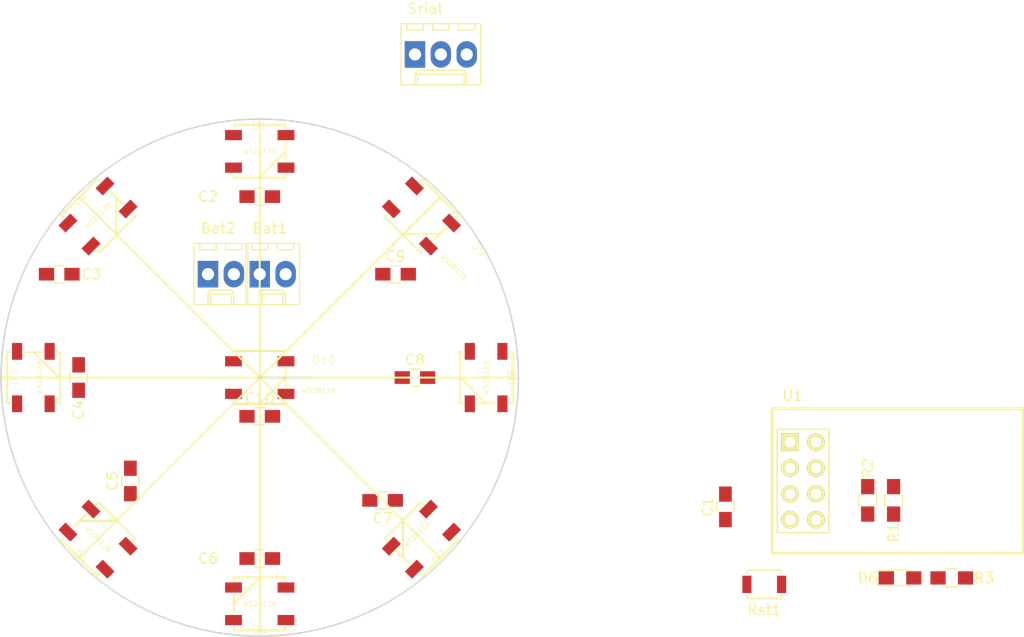
<source format=kicad_pcb>
(kicad_pcb (version 4) (host pcbnew 4.0.7-e2-6376~58~ubuntu16.04.1)

  (general
    (links 62)
    (no_connects 62)
    (area 116.739999 59.295 217.497001 122.151237)
    (thickness 1.6)
    (drawings 10)
    (tracks 0)
    (zones 0)
    (modules 28)
    (nets 20)
  )

  (page A4)
  (layers
    (0 F.Cu signal)
    (31 B.Cu signal)
    (32 B.Adhes user)
    (33 F.Adhes user)
    (34 B.Paste user)
    (35 F.Paste user)
    (36 B.SilkS user)
    (37 F.SilkS user)
    (38 B.Mask user)
    (39 F.Mask user)
    (40 Dwgs.User user)
    (41 Cmts.User user)
    (42 Eco1.User user)
    (43 Eco2.User user)
    (44 Edge.Cuts user)
    (45 Margin user)
    (46 B.CrtYd user)
    (47 F.CrtYd user)
    (48 B.Fab user)
    (49 F.Fab user)
  )

  (setup
    (last_trace_width 0.25)
    (trace_clearance 0.2)
    (zone_clearance 0.508)
    (zone_45_only no)
    (trace_min 0.2)
    (segment_width 0.2)
    (edge_width 0.15)
    (via_size 0.6)
    (via_drill 0.4)
    (via_min_size 0.4)
    (via_min_drill 0.3)
    (uvia_size 0.3)
    (uvia_drill 0.1)
    (uvias_allowed no)
    (uvia_min_size 0.2)
    (uvia_min_drill 0.1)
    (pcb_text_width 0.3)
    (pcb_text_size 1.5 1.5)
    (mod_edge_width 0.15)
    (mod_text_size 1 1)
    (mod_text_width 0.15)
    (pad_size 1.524 1.524)
    (pad_drill 0.762)
    (pad_to_mask_clearance 0.2)
    (aux_axis_origin 0 0)
    (grid_origin 137.16 109.22)
    (visible_elements FFFFFF7F)
    (pcbplotparams
      (layerselection 0x00030_80000001)
      (usegerberextensions false)
      (excludeedgelayer true)
      (linewidth 0.100000)
      (plotframeref false)
      (viasonmask false)
      (mode 1)
      (useauxorigin false)
      (hpglpennumber 1)
      (hpglpenspeed 20)
      (hpglpendiameter 15)
      (hpglpenoverlay 2)
      (psnegative false)
      (psa4output false)
      (plotreference true)
      (plotvalue true)
      (plotinvisibletext false)
      (padsonsilk false)
      (subtractmaskfromsilk false)
      (outputformat 1)
      (mirror false)
      (drillshape 1)
      (scaleselection 1)
      (outputdirectory ""))
  )

  (net 0 "")
  (net 1 +5V)
  (net 2 +3V)
  (net 3 GNDREF)
  (net 4 Dato)
  (net 5 "Net-(D1-Pad2)")
  (net 6 "Net-(D2-Pad2)")
  (net 7 "Net-(D3-Pad2)")
  (net 8 "Net-(D4-Pad2)")
  (net 9 D6_DIN4)
  (net 10 "Net-(D6-Pad2)")
  (net 11 "Net-(D7-Pad2)")
  (net 12 "Net-(D8-Pad2)")
  (net 13 "Net-(D10-Pad4)")
  (net 14 "Net-(D10-Pad2)")
  (net 15 "Net-(R1-Pad2)")
  (net 16 "Net-(R2-Pad1)")
  (net 17 GPIO0)
  (net 18 uRX)
  (net 19 uTX)

  (net_class Default "This is the default net class."
    (clearance 0.2)
    (trace_width 0.25)
    (via_dia 0.6)
    (via_drill 0.4)
    (uvia_dia 0.3)
    (uvia_drill 0.1)
    (add_net +3V)
    (add_net +5V)
    (add_net D6_DIN4)
    (add_net Dato)
    (add_net GNDREF)
    (add_net GPIO0)
    (add_net "Net-(D1-Pad2)")
    (add_net "Net-(D10-Pad2)")
    (add_net "Net-(D10-Pad4)")
    (add_net "Net-(D2-Pad2)")
    (add_net "Net-(D3-Pad2)")
    (add_net "Net-(D4-Pad2)")
    (add_net "Net-(D6-Pad2)")
    (add_net "Net-(D7-Pad2)")
    (add_net "Net-(D8-Pad2)")
    (add_net "Net-(R1-Pad2)")
    (add_net "Net-(R2-Pad1)")
    (add_net uRX)
    (add_net uTX)
  )

  (module Connectors_Molex:Molex_KK-6410-02_02x2.54mm_Straight (layer F.Cu) (tedit 5AC9C3CC) (tstamp 5AC82AF4)
    (at 142.24 86.36)
    (descr "Connector Headers with Friction Lock, 22-27-2021, http://www.molex.com/pdm_docs/sd/022272021_sd.pdf")
    (tags "connector molex kk_6410 22-27-2021")
    (path /5AC82A5D)
    (fp_text reference Bat1 (at 1 -4.5) (layer F.SilkS)
      (effects (font (size 1 1) (thickness 0.15)))
    )
    (fp_text value Bat (at 1.27 4.5) (layer F.Fab) hide
      (effects (font (size 1 1) (thickness 0.15)))
    )
    (fp_line (start -1.47 -3.12) (end -1.47 3.08) (layer F.Fab) (width 0.12))
    (fp_line (start -1.47 3.08) (end 4.01 3.08) (layer F.Fab) (width 0.12))
    (fp_line (start 4.01 3.08) (end 4.01 -3.12) (layer F.Fab) (width 0.12))
    (fp_line (start 4.01 -3.12) (end -1.47 -3.12) (layer F.Fab) (width 0.12))
    (fp_line (start -1.37 -3.02) (end -1.37 2.98) (layer F.SilkS) (width 0.12))
    (fp_line (start -1.37 2.98) (end 3.91 2.98) (layer F.SilkS) (width 0.12))
    (fp_line (start 3.91 2.98) (end 3.91 -3.02) (layer F.SilkS) (width 0.12))
    (fp_line (start 3.91 -3.02) (end -1.37 -3.02) (layer F.SilkS) (width 0.12))
    (fp_line (start 0 2.98) (end 0 1.98) (layer F.SilkS) (width 0.12))
    (fp_line (start 0 1.98) (end 2.54 1.98) (layer F.SilkS) (width 0.12))
    (fp_line (start 2.54 1.98) (end 2.54 2.98) (layer F.SilkS) (width 0.12))
    (fp_line (start 0 1.98) (end 0.25 1.55) (layer F.SilkS) (width 0.12))
    (fp_line (start 0.25 1.55) (end 2.29 1.55) (layer F.SilkS) (width 0.12))
    (fp_line (start 2.29 1.55) (end 2.54 1.98) (layer F.SilkS) (width 0.12))
    (fp_line (start 0.25 2.98) (end 0.25 1.98) (layer F.SilkS) (width 0.12))
    (fp_line (start 2.29 2.98) (end 2.29 1.98) (layer F.SilkS) (width 0.12))
    (fp_line (start -0.8 -3.02) (end -0.8 -2.4) (layer F.SilkS) (width 0.12))
    (fp_line (start -0.8 -2.4) (end 0.8 -2.4) (layer F.SilkS) (width 0.12))
    (fp_line (start 0.8 -2.4) (end 0.8 -3.02) (layer F.SilkS) (width 0.12))
    (fp_line (start 1.74 -3.02) (end 1.74 -2.4) (layer F.SilkS) (width 0.12))
    (fp_line (start 1.74 -2.4) (end 3.34 -2.4) (layer F.SilkS) (width 0.12))
    (fp_line (start 3.34 -2.4) (end 3.34 -3.02) (layer F.SilkS) (width 0.12))
    (fp_line (start -1.9 3.5) (end -1.9 -3.55) (layer F.CrtYd) (width 0.05))
    (fp_line (start -1.9 -3.55) (end 4.45 -3.55) (layer F.CrtYd) (width 0.05))
    (fp_line (start 4.45 -3.55) (end 4.45 3.5) (layer F.CrtYd) (width 0.05))
    (fp_line (start 4.45 3.5) (end -1.9 3.5) (layer F.CrtYd) (width 0.05))
    (fp_text user %R (at 1.27 0) (layer F.Fab)
      (effects (font (size 1 1) (thickness 0.15)))
    )
    (pad 1 thru_hole rect (at 0 0) (size 2 2.6) (drill 1.2) (layers *.Cu *.Mask)
      (net 1 +5V))
    (pad 2 thru_hole oval (at 2.54 0) (size 2 2.6) (drill 1.2) (layers *.Cu *.Mask)
      (net 2 +3V))
    (model ${KISYS3DMOD}/Connectors_Molex.3dshapes/Molex_KK-6410-02_02x2.54mm_Straight.wrl
      (at (xyz 0 0 0))
      (scale (xyz 1 1 1))
      (rotate (xyz 0 0 0))
    )
  )

  (module Connectors_Molex:Molex_KK-6410-02_02x2.54mm_Straight (layer F.Cu) (tedit 5AC9C3C1) (tstamp 5AC82AFA)
    (at 137.16 86.36)
    (descr "Connector Headers with Friction Lock, 22-27-2021, http://www.molex.com/pdm_docs/sd/022272021_sd.pdf")
    (tags "connector molex kk_6410 22-27-2021")
    (path /5AC69E53)
    (fp_text reference Bat2 (at 1 -4.5) (layer F.SilkS)
      (effects (font (size 1 1) (thickness 0.15)))
    )
    (fp_text value Bat (at 1.27 4.5) (layer F.Fab) hide
      (effects (font (size 1 1) (thickness 0.15)))
    )
    (fp_line (start -1.47 -3.12) (end -1.47 3.08) (layer F.Fab) (width 0.12))
    (fp_line (start -1.47 3.08) (end 4.01 3.08) (layer F.Fab) (width 0.12))
    (fp_line (start 4.01 3.08) (end 4.01 -3.12) (layer F.Fab) (width 0.12))
    (fp_line (start 4.01 -3.12) (end -1.47 -3.12) (layer F.Fab) (width 0.12))
    (fp_line (start -1.37 -3.02) (end -1.37 2.98) (layer F.SilkS) (width 0.12))
    (fp_line (start -1.37 2.98) (end 3.91 2.98) (layer F.SilkS) (width 0.12))
    (fp_line (start 3.91 2.98) (end 3.91 -3.02) (layer F.SilkS) (width 0.12))
    (fp_line (start 3.91 -3.02) (end -1.37 -3.02) (layer F.SilkS) (width 0.12))
    (fp_line (start 0 2.98) (end 0 1.98) (layer F.SilkS) (width 0.12))
    (fp_line (start 0 1.98) (end 2.54 1.98) (layer F.SilkS) (width 0.12))
    (fp_line (start 2.54 1.98) (end 2.54 2.98) (layer F.SilkS) (width 0.12))
    (fp_line (start 0 1.98) (end 0.25 1.55) (layer F.SilkS) (width 0.12))
    (fp_line (start 0.25 1.55) (end 2.29 1.55) (layer F.SilkS) (width 0.12))
    (fp_line (start 2.29 1.55) (end 2.54 1.98) (layer F.SilkS) (width 0.12))
    (fp_line (start 0.25 2.98) (end 0.25 1.98) (layer F.SilkS) (width 0.12))
    (fp_line (start 2.29 2.98) (end 2.29 1.98) (layer F.SilkS) (width 0.12))
    (fp_line (start -0.8 -3.02) (end -0.8 -2.4) (layer F.SilkS) (width 0.12))
    (fp_line (start -0.8 -2.4) (end 0.8 -2.4) (layer F.SilkS) (width 0.12))
    (fp_line (start 0.8 -2.4) (end 0.8 -3.02) (layer F.SilkS) (width 0.12))
    (fp_line (start 1.74 -3.02) (end 1.74 -2.4) (layer F.SilkS) (width 0.12))
    (fp_line (start 1.74 -2.4) (end 3.34 -2.4) (layer F.SilkS) (width 0.12))
    (fp_line (start 3.34 -2.4) (end 3.34 -3.02) (layer F.SilkS) (width 0.12))
    (fp_line (start -1.9 3.5) (end -1.9 -3.55) (layer F.CrtYd) (width 0.05))
    (fp_line (start -1.9 -3.55) (end 4.45 -3.55) (layer F.CrtYd) (width 0.05))
    (fp_line (start 4.45 -3.55) (end 4.45 3.5) (layer F.CrtYd) (width 0.05))
    (fp_line (start 4.45 3.5) (end -1.9 3.5) (layer F.CrtYd) (width 0.05))
    (fp_text user %R (at 1.27 0) (layer F.Fab)
      (effects (font (size 1 1) (thickness 0.15)))
    )
    (pad 1 thru_hole rect (at 0 0) (size 2 2.6) (drill 1.2) (layers *.Cu *.Mask)
      (net 2 +3V))
    (pad 2 thru_hole oval (at 2.54 0) (size 2 2.6) (drill 1.2) (layers *.Cu *.Mask)
      (net 3 GNDREF))
    (model ${KISYS3DMOD}/Connectors_Molex.3dshapes/Molex_KK-6410-02_02x2.54mm_Straight.wrl
      (at (xyz 0 0 0))
      (scale (xyz 1 1 1))
      (rotate (xyz 0 0 0))
    )
  )

  (module Capacitors_SMD:C_0805_HandSoldering (layer F.Cu) (tedit 58AA84A8) (tstamp 5AC82B00)
    (at 187.96 109.22 90)
    (descr "Capacitor SMD 0805, hand soldering")
    (tags "capacitor 0805")
    (path /5AC327AB)
    (attr smd)
    (fp_text reference C1 (at 0 -1.75 90) (layer F.SilkS)
      (effects (font (size 1 1) (thickness 0.15)))
    )
    (fp_text value 104 (at 0 1.75 90) (layer F.Fab)
      (effects (font (size 1 1) (thickness 0.15)))
    )
    (fp_text user %R (at 0 -1.75 90) (layer F.Fab)
      (effects (font (size 1 1) (thickness 0.15)))
    )
    (fp_line (start -1 0.62) (end -1 -0.62) (layer F.Fab) (width 0.1))
    (fp_line (start 1 0.62) (end -1 0.62) (layer F.Fab) (width 0.1))
    (fp_line (start 1 -0.62) (end 1 0.62) (layer F.Fab) (width 0.1))
    (fp_line (start -1 -0.62) (end 1 -0.62) (layer F.Fab) (width 0.1))
    (fp_line (start 0.5 -0.85) (end -0.5 -0.85) (layer F.SilkS) (width 0.12))
    (fp_line (start -0.5 0.85) (end 0.5 0.85) (layer F.SilkS) (width 0.12))
    (fp_line (start -2.25 -0.88) (end 2.25 -0.88) (layer F.CrtYd) (width 0.05))
    (fp_line (start -2.25 -0.88) (end -2.25 0.87) (layer F.CrtYd) (width 0.05))
    (fp_line (start 2.25 0.87) (end 2.25 -0.88) (layer F.CrtYd) (width 0.05))
    (fp_line (start 2.25 0.87) (end -2.25 0.87) (layer F.CrtYd) (width 0.05))
    (pad 1 smd rect (at -1.25 0 90) (size 1.5 1.25) (layers F.Cu F.Paste F.Mask)
      (net 2 +3V))
    (pad 2 smd rect (at 1.25 0 90) (size 1.5 1.25) (layers F.Cu F.Paste F.Mask)
      (net 3 GNDREF))
    (model Capacitors_SMD.3dshapes/C_0805.wrl
      (at (xyz 0 0 0))
      (scale (xyz 1 1 1))
      (rotate (xyz 0 0 0))
    )
  )

  (module Capacitors_SMD:C_0805_HandSoldering (layer F.Cu) (tedit 5AC9C66A) (tstamp 5AC82B06)
    (at 142.24 78.74)
    (descr "Capacitor SMD 0805, hand soldering")
    (tags "capacitor 0805")
    (path /5AC1AC27)
    (attr smd)
    (fp_text reference C2 (at -5.08 0) (layer F.SilkS)
      (effects (font (size 1 1) (thickness 0.15)))
    )
    (fp_text value 104 (at 5.08 0) (layer F.Fab)
      (effects (font (size 1 1) (thickness 0.15)))
    )
    (fp_text user %R (at -5.08 0) (layer F.Fab)
      (effects (font (size 1 1) (thickness 0.15)))
    )
    (fp_line (start -1 0.62) (end -1 -0.62) (layer F.Fab) (width 0.1))
    (fp_line (start 1 0.62) (end -1 0.62) (layer F.Fab) (width 0.1))
    (fp_line (start 1 -0.62) (end 1 0.62) (layer F.Fab) (width 0.1))
    (fp_line (start -1 -0.62) (end 1 -0.62) (layer F.Fab) (width 0.1))
    (fp_line (start 0.5 -0.85) (end -0.5 -0.85) (layer F.SilkS) (width 0.12))
    (fp_line (start -0.5 0.85) (end 0.5 0.85) (layer F.SilkS) (width 0.12))
    (fp_line (start -2.25 -0.88) (end 2.25 -0.88) (layer F.CrtYd) (width 0.05))
    (fp_line (start -2.25 -0.88) (end -2.25 0.87) (layer F.CrtYd) (width 0.05))
    (fp_line (start 2.25 0.87) (end 2.25 -0.88) (layer F.CrtYd) (width 0.05))
    (fp_line (start 2.25 0.87) (end -2.25 0.87) (layer F.CrtYd) (width 0.05))
    (pad 1 smd rect (at -1.25 0) (size 1.5 1.25) (layers F.Cu F.Paste F.Mask)
      (net 1 +5V))
    (pad 2 smd rect (at 1.25 0) (size 1.5 1.25) (layers F.Cu F.Paste F.Mask)
      (net 3 GNDREF))
    (model Capacitors_SMD.3dshapes/C_0805.wrl
      (at (xyz 0 0 0))
      (scale (xyz 1 1 1))
      (rotate (xyz 0 0 0))
    )
  )

  (module Capacitors_SMD:C_0805_HandSoldering (layer F.Cu) (tedit 5ACA1F20) (tstamp 5AC82B0C)
    (at 122.555 86.36)
    (descr "Capacitor SMD 0805, hand soldering")
    (tags "capacitor 0805")
    (path /5AC1B89F)
    (attr smd)
    (fp_text reference C3 (at 3.175 0) (layer F.SilkS)
      (effects (font (size 1 1) (thickness 0.15)))
    )
    (fp_text value 104 (at 0 1.75) (layer F.Fab)
      (effects (font (size 1 1) (thickness 0.15)))
    )
    (fp_text user %R (at 3.175 0) (layer F.Fab)
      (effects (font (size 1 1) (thickness 0.15)))
    )
    (fp_line (start -1 0.62) (end -1 -0.62) (layer F.Fab) (width 0.1))
    (fp_line (start 1 0.62) (end -1 0.62) (layer F.Fab) (width 0.1))
    (fp_line (start 1 -0.62) (end 1 0.62) (layer F.Fab) (width 0.1))
    (fp_line (start -1 -0.62) (end 1 -0.62) (layer F.Fab) (width 0.1))
    (fp_line (start 0.5 -0.85) (end -0.5 -0.85) (layer F.SilkS) (width 0.12))
    (fp_line (start -0.5 0.85) (end 0.5 0.85) (layer F.SilkS) (width 0.12))
    (fp_line (start -2.25 -0.88) (end 2.25 -0.88) (layer F.CrtYd) (width 0.05))
    (fp_line (start -2.25 -0.88) (end -2.25 0.87) (layer F.CrtYd) (width 0.05))
    (fp_line (start 2.25 0.87) (end 2.25 -0.88) (layer F.CrtYd) (width 0.05))
    (fp_line (start 2.25 0.87) (end -2.25 0.87) (layer F.CrtYd) (width 0.05))
    (pad 1 smd rect (at -1.25 0) (size 1.5 1.25) (layers F.Cu F.Paste F.Mask)
      (net 1 +5V))
    (pad 2 smd rect (at 1.25 0) (size 1.5 1.25) (layers F.Cu F.Paste F.Mask)
      (net 3 GNDREF))
    (model Capacitors_SMD.3dshapes/C_0805.wrl
      (at (xyz 0 0 0))
      (scale (xyz 1 1 1))
      (rotate (xyz 0 0 0))
    )
  )

  (module Capacitors_SMD:C_0805_HandSoldering (layer F.Cu) (tedit 5ACA182D) (tstamp 5AC82B12)
    (at 124.46 96.52 90)
    (descr "Capacitor SMD 0805, hand soldering")
    (tags "capacitor 0805")
    (path /5AC1BA0B)
    (attr smd)
    (fp_text reference C4 (at -3.175 0 90) (layer F.SilkS)
      (effects (font (size 1 1) (thickness 0.15)))
    )
    (fp_text value 104 (at 3.81 0 90) (layer F.Fab)
      (effects (font (size 1 1) (thickness 0.15)))
    )
    (fp_text user %R (at -3.175 0 90) (layer F.Fab)
      (effects (font (size 1 1) (thickness 0.15)))
    )
    (fp_line (start -1 0.62) (end -1 -0.62) (layer F.Fab) (width 0.1))
    (fp_line (start 1 0.62) (end -1 0.62) (layer F.Fab) (width 0.1))
    (fp_line (start 1 -0.62) (end 1 0.62) (layer F.Fab) (width 0.1))
    (fp_line (start -1 -0.62) (end 1 -0.62) (layer F.Fab) (width 0.1))
    (fp_line (start 0.5 -0.85) (end -0.5 -0.85) (layer F.SilkS) (width 0.12))
    (fp_line (start -0.5 0.85) (end 0.5 0.85) (layer F.SilkS) (width 0.12))
    (fp_line (start -2.25 -0.88) (end 2.25 -0.88) (layer F.CrtYd) (width 0.05))
    (fp_line (start -2.25 -0.88) (end -2.25 0.87) (layer F.CrtYd) (width 0.05))
    (fp_line (start 2.25 0.87) (end 2.25 -0.88) (layer F.CrtYd) (width 0.05))
    (fp_line (start 2.25 0.87) (end -2.25 0.87) (layer F.CrtYd) (width 0.05))
    (pad 1 smd rect (at -1.25 0 90) (size 1.5 1.25) (layers F.Cu F.Paste F.Mask)
      (net 1 +5V))
    (pad 2 smd rect (at 1.25 0 90) (size 1.5 1.25) (layers F.Cu F.Paste F.Mask)
      (net 3 GNDREF))
    (model Capacitors_SMD.3dshapes/C_0805.wrl
      (at (xyz 0 0 0))
      (scale (xyz 1 1 1))
      (rotate (xyz 0 0 0))
    )
  )

  (module Capacitors_SMD:C_0805_HandSoldering (layer F.Cu) (tedit 58AA84A8) (tstamp 5AC82B18)
    (at 129.54 106.68 90)
    (descr "Capacitor SMD 0805, hand soldering")
    (tags "capacitor 0805")
    (path /5AC1BAB9)
    (attr smd)
    (fp_text reference C5 (at 0 -1.75 90) (layer F.SilkS)
      (effects (font (size 1 1) (thickness 0.15)))
    )
    (fp_text value 104 (at 0 1.75 90) (layer F.Fab)
      (effects (font (size 1 1) (thickness 0.15)))
    )
    (fp_text user %R (at 0 -1.75 90) (layer F.Fab)
      (effects (font (size 1 1) (thickness 0.15)))
    )
    (fp_line (start -1 0.62) (end -1 -0.62) (layer F.Fab) (width 0.1))
    (fp_line (start 1 0.62) (end -1 0.62) (layer F.Fab) (width 0.1))
    (fp_line (start 1 -0.62) (end 1 0.62) (layer F.Fab) (width 0.1))
    (fp_line (start -1 -0.62) (end 1 -0.62) (layer F.Fab) (width 0.1))
    (fp_line (start 0.5 -0.85) (end -0.5 -0.85) (layer F.SilkS) (width 0.12))
    (fp_line (start -0.5 0.85) (end 0.5 0.85) (layer F.SilkS) (width 0.12))
    (fp_line (start -2.25 -0.88) (end 2.25 -0.88) (layer F.CrtYd) (width 0.05))
    (fp_line (start -2.25 -0.88) (end -2.25 0.87) (layer F.CrtYd) (width 0.05))
    (fp_line (start 2.25 0.87) (end 2.25 -0.88) (layer F.CrtYd) (width 0.05))
    (fp_line (start 2.25 0.87) (end -2.25 0.87) (layer F.CrtYd) (width 0.05))
    (pad 1 smd rect (at -1.25 0 90) (size 1.5 1.25) (layers F.Cu F.Paste F.Mask)
      (net 1 +5V))
    (pad 2 smd rect (at 1.25 0 90) (size 1.5 1.25) (layers F.Cu F.Paste F.Mask)
      (net 3 GNDREF))
    (model Capacitors_SMD.3dshapes/C_0805.wrl
      (at (xyz 0 0 0))
      (scale (xyz 1 1 1))
      (rotate (xyz 0 0 0))
    )
  )

  (module Capacitors_SMD:C_0805_HandSoldering (layer F.Cu) (tedit 5ACA1A08) (tstamp 5AC82B1E)
    (at 142.24 114.3 180)
    (descr "Capacitor SMD 0805, hand soldering")
    (tags "capacitor 0805")
    (path /5AC1BCFB)
    (attr smd)
    (fp_text reference C6 (at 5.08 0 180) (layer F.SilkS)
      (effects (font (size 1 1) (thickness 0.15)))
    )
    (fp_text value 104 (at 0 1.75 180) (layer F.Fab)
      (effects (font (size 1 1) (thickness 0.15)))
    )
    (fp_text user %R (at 5.08 0 180) (layer F.Fab)
      (effects (font (size 1 1) (thickness 0.15)))
    )
    (fp_line (start -1 0.62) (end -1 -0.62) (layer F.Fab) (width 0.1))
    (fp_line (start 1 0.62) (end -1 0.62) (layer F.Fab) (width 0.1))
    (fp_line (start 1 -0.62) (end 1 0.62) (layer F.Fab) (width 0.1))
    (fp_line (start -1 -0.62) (end 1 -0.62) (layer F.Fab) (width 0.1))
    (fp_line (start 0.5 -0.85) (end -0.5 -0.85) (layer F.SilkS) (width 0.12))
    (fp_line (start -0.5 0.85) (end 0.5 0.85) (layer F.SilkS) (width 0.12))
    (fp_line (start -2.25 -0.88) (end 2.25 -0.88) (layer F.CrtYd) (width 0.05))
    (fp_line (start -2.25 -0.88) (end -2.25 0.87) (layer F.CrtYd) (width 0.05))
    (fp_line (start 2.25 0.87) (end 2.25 -0.88) (layer F.CrtYd) (width 0.05))
    (fp_line (start 2.25 0.87) (end -2.25 0.87) (layer F.CrtYd) (width 0.05))
    (pad 1 smd rect (at -1.25 0 180) (size 1.5 1.25) (layers F.Cu F.Paste F.Mask)
      (net 1 +5V))
    (pad 2 smd rect (at 1.25 0 180) (size 1.5 1.25) (layers F.Cu F.Paste F.Mask)
      (net 3 GNDREF))
    (model Capacitors_SMD.3dshapes/C_0805.wrl
      (at (xyz 0 0 0))
      (scale (xyz 1 1 1))
      (rotate (xyz 0 0 0))
    )
  )

  (module Capacitors_SMD:C_0805_HandSoldering (layer F.Cu) (tedit 58AA84A8) (tstamp 5AC82B24)
    (at 154.305 108.585 180)
    (descr "Capacitor SMD 0805, hand soldering")
    (tags "capacitor 0805")
    (path /5AC1C5F7)
    (attr smd)
    (fp_text reference C7 (at 0 -1.75 180) (layer F.SilkS)
      (effects (font (size 1 1) (thickness 0.15)))
    )
    (fp_text value 104 (at 0 1.75 180) (layer F.Fab)
      (effects (font (size 1 1) (thickness 0.15)))
    )
    (fp_text user %R (at 0 -1.75 180) (layer F.Fab)
      (effects (font (size 1 1) (thickness 0.15)))
    )
    (fp_line (start -1 0.62) (end -1 -0.62) (layer F.Fab) (width 0.1))
    (fp_line (start 1 0.62) (end -1 0.62) (layer F.Fab) (width 0.1))
    (fp_line (start 1 -0.62) (end 1 0.62) (layer F.Fab) (width 0.1))
    (fp_line (start -1 -0.62) (end 1 -0.62) (layer F.Fab) (width 0.1))
    (fp_line (start 0.5 -0.85) (end -0.5 -0.85) (layer F.SilkS) (width 0.12))
    (fp_line (start -0.5 0.85) (end 0.5 0.85) (layer F.SilkS) (width 0.12))
    (fp_line (start -2.25 -0.88) (end 2.25 -0.88) (layer F.CrtYd) (width 0.05))
    (fp_line (start -2.25 -0.88) (end -2.25 0.87) (layer F.CrtYd) (width 0.05))
    (fp_line (start 2.25 0.87) (end 2.25 -0.88) (layer F.CrtYd) (width 0.05))
    (fp_line (start 2.25 0.87) (end -2.25 0.87) (layer F.CrtYd) (width 0.05))
    (pad 1 smd rect (at -1.25 0 180) (size 1.5 1.25) (layers F.Cu F.Paste F.Mask)
      (net 1 +5V))
    (pad 2 smd rect (at 1.25 0 180) (size 1.5 1.25) (layers F.Cu F.Paste F.Mask)
      (net 3 GNDREF))
    (model Capacitors_SMD.3dshapes/C_0805.wrl
      (at (xyz 0 0 0))
      (scale (xyz 1 1 1))
      (rotate (xyz 0 0 0))
    )
  )

  (module Capacitors_SMD:C_0805_HandSoldering (layer F.Cu) (tedit 58AA84A8) (tstamp 5AC82B2A)
    (at 157.48 96.52)
    (descr "Capacitor SMD 0805, hand soldering")
    (tags "capacitor 0805")
    (path /5AC1C6BB)
    (attr smd)
    (fp_text reference C8 (at 0 -1.75) (layer F.SilkS)
      (effects (font (size 1 1) (thickness 0.15)))
    )
    (fp_text value 104 (at 0 1.75) (layer F.Fab)
      (effects (font (size 1 1) (thickness 0.15)))
    )
    (fp_text user %R (at 0 -1.75) (layer F.Fab)
      (effects (font (size 1 1) (thickness 0.15)))
    )
    (fp_line (start -1 0.62) (end -1 -0.62) (layer F.Fab) (width 0.1))
    (fp_line (start 1 0.62) (end -1 0.62) (layer F.Fab) (width 0.1))
    (fp_line (start 1 -0.62) (end 1 0.62) (layer F.Fab) (width 0.1))
    (fp_line (start -1 -0.62) (end 1 -0.62) (layer F.Fab) (width 0.1))
    (fp_line (start 0.5 -0.85) (end -0.5 -0.85) (layer F.SilkS) (width 0.12))
    (fp_line (start -0.5 0.85) (end 0.5 0.85) (layer F.SilkS) (width 0.12))
    (fp_line (start -2.25 -0.88) (end 2.25 -0.88) (layer F.CrtYd) (width 0.05))
    (fp_line (start -2.25 -0.88) (end -2.25 0.87) (layer F.CrtYd) (width 0.05))
    (fp_line (start 2.25 0.87) (end 2.25 -0.88) (layer F.CrtYd) (width 0.05))
    (fp_line (start 2.25 0.87) (end -2.25 0.87) (layer F.CrtYd) (width 0.05))
    (pad 1 smd rect (at -1.25 0) (size 1.5 1.25) (layers F.Cu F.Paste F.Mask)
      (net 1 +5V))
    (pad 2 smd rect (at 1.25 0) (size 1.5 1.25) (layers F.Cu F.Paste F.Mask)
      (net 3 GNDREF))
    (model Capacitors_SMD.3dshapes/C_0805.wrl
      (at (xyz 0 0 0))
      (scale (xyz 1 1 1))
      (rotate (xyz 0 0 0))
    )
  )

  (module Capacitors_SMD:C_0805_HandSoldering (layer F.Cu) (tedit 58AA84A8) (tstamp 5AC82B30)
    (at 155.575 86.36)
    (descr "Capacitor SMD 0805, hand soldering")
    (tags "capacitor 0805")
    (path /5AC1C7A9)
    (attr smd)
    (fp_text reference C9 (at 0 -1.75) (layer F.SilkS)
      (effects (font (size 1 1) (thickness 0.15)))
    )
    (fp_text value 104 (at 0 1.75) (layer F.Fab)
      (effects (font (size 1 1) (thickness 0.15)))
    )
    (fp_text user %R (at 0 -1.75) (layer F.Fab)
      (effects (font (size 1 1) (thickness 0.15)))
    )
    (fp_line (start -1 0.62) (end -1 -0.62) (layer F.Fab) (width 0.1))
    (fp_line (start 1 0.62) (end -1 0.62) (layer F.Fab) (width 0.1))
    (fp_line (start 1 -0.62) (end 1 0.62) (layer F.Fab) (width 0.1))
    (fp_line (start -1 -0.62) (end 1 -0.62) (layer F.Fab) (width 0.1))
    (fp_line (start 0.5 -0.85) (end -0.5 -0.85) (layer F.SilkS) (width 0.12))
    (fp_line (start -0.5 0.85) (end 0.5 0.85) (layer F.SilkS) (width 0.12))
    (fp_line (start -2.25 -0.88) (end 2.25 -0.88) (layer F.CrtYd) (width 0.05))
    (fp_line (start -2.25 -0.88) (end -2.25 0.87) (layer F.CrtYd) (width 0.05))
    (fp_line (start 2.25 0.87) (end 2.25 -0.88) (layer F.CrtYd) (width 0.05))
    (fp_line (start 2.25 0.87) (end -2.25 0.87) (layer F.CrtYd) (width 0.05))
    (pad 1 smd rect (at -1.25 0) (size 1.5 1.25) (layers F.Cu F.Paste F.Mask)
      (net 1 +5V))
    (pad 2 smd rect (at 1.25 0) (size 1.5 1.25) (layers F.Cu F.Paste F.Mask)
      (net 3 GNDREF))
    (model Capacitors_SMD.3dshapes/C_0805.wrl
      (at (xyz 0 0 0))
      (scale (xyz 1 1 1))
      (rotate (xyz 0 0 0))
    )
  )

  (module Capacitors_SMD:C_0805_HandSoldering (layer F.Cu) (tedit 58AA84A8) (tstamp 5AC82B36)
    (at 142.24 100.33)
    (descr "Capacitor SMD 0805, hand soldering")
    (tags "capacitor 0805")
    (path /5AC1C82B)
    (attr smd)
    (fp_text reference C10 (at 0 -1.75) (layer F.SilkS)
      (effects (font (size 1 1) (thickness 0.15)))
    )
    (fp_text value 104 (at 0 1.75) (layer F.Fab)
      (effects (font (size 1 1) (thickness 0.15)))
    )
    (fp_text user %R (at 0 -1.75) (layer F.Fab)
      (effects (font (size 1 1) (thickness 0.15)))
    )
    (fp_line (start -1 0.62) (end -1 -0.62) (layer F.Fab) (width 0.1))
    (fp_line (start 1 0.62) (end -1 0.62) (layer F.Fab) (width 0.1))
    (fp_line (start 1 -0.62) (end 1 0.62) (layer F.Fab) (width 0.1))
    (fp_line (start -1 -0.62) (end 1 -0.62) (layer F.Fab) (width 0.1))
    (fp_line (start 0.5 -0.85) (end -0.5 -0.85) (layer F.SilkS) (width 0.12))
    (fp_line (start -0.5 0.85) (end 0.5 0.85) (layer F.SilkS) (width 0.12))
    (fp_line (start -2.25 -0.88) (end 2.25 -0.88) (layer F.CrtYd) (width 0.05))
    (fp_line (start -2.25 -0.88) (end -2.25 0.87) (layer F.CrtYd) (width 0.05))
    (fp_line (start 2.25 0.87) (end 2.25 -0.88) (layer F.CrtYd) (width 0.05))
    (fp_line (start 2.25 0.87) (end -2.25 0.87) (layer F.CrtYd) (width 0.05))
    (pad 1 smd rect (at -1.25 0) (size 1.5 1.25) (layers F.Cu F.Paste F.Mask)
      (net 1 +5V))
    (pad 2 smd rect (at 1.25 0) (size 1.5 1.25) (layers F.Cu F.Paste F.Mask)
      (net 3 GNDREF))
    (model Capacitors_SMD.3dshapes/C_0805.wrl
      (at (xyz 0 0 0))
      (scale (xyz 1 1 1))
      (rotate (xyz 0 0 0))
    )
  )

  (module WS2812B:WS2812B (layer F.Cu) (tedit 5AC9C62E) (tstamp 5AC82B3E)
    (at 142.24 74.295)
    (descr "<b>Intelligent control LED with integrated light source</b><p>WS2812B<br>source: http://www.world-semi.com/uploads/soft/130904/1_1500205981.pdf")
    (path /5AC172A4)
    (attr smd)
    (fp_text reference D1 (at 0 -2.54) (layer F.SilkS)
      (effects (font (size 0.801546 0.801546) (thickness 0.05)))
    )
    (fp_text value WS2812B (at 0 0) (layer F.SilkS)
      (effects (font (size 0.481173 0.481173) (thickness 0.05)))
    )
    (fp_line (start -2.5 -2.5) (end -2.5 2.5) (layer Dwgs.User) (width 0.127))
    (fp_line (start -2.5 2.5) (end 2.5 2.5) (layer Dwgs.User) (width 0.127))
    (fp_line (start 2.5 2.5) (end 2.5 -2.5) (layer Dwgs.User) (width 0.127))
    (fp_line (start 2.5 -2.5) (end -2.5 -2.5) (layer Dwgs.User) (width 0.127))
    (fp_line (start -2.4892 -2.3622) (end -2.4892 -2.6162) (layer F.SilkS) (width 0.2032))
    (fp_line (start -2.4892 -2.6162) (end -2.4384 -2.6162) (layer F.SilkS) (width 0.2032))
    (fp_line (start -2.4384 -2.6162) (end -2.4384 -2.61112) (layer F.SilkS) (width 0.2032))
    (fp_line (start -2.4384 -2.61112) (end 2.51206 -2.61112) (layer F.SilkS) (width 0.2032))
    (fp_line (start 2.51206 -2.61112) (end 2.51206 -2.37998) (layer F.SilkS) (width 0.2032))
    (fp_line (start -2.50952 2.31902) (end -2.50952 2.5908) (layer F.SilkS) (width 0.2032))
    (fp_line (start -2.50952 2.5908) (end -2.45872 2.5908) (layer F.SilkS) (width 0.2032))
    (fp_line (start -2.45872 2.5908) (end -2.45872 2.59334) (layer F.SilkS) (width 0.2032))
    (fp_line (start -2.45872 2.59334) (end 2.50952 2.59334) (layer F.SilkS) (width 0.2032))
    (fp_line (start 2.50952 2.59334) (end 2.50952 2.36728) (layer F.SilkS) (width 0.2032))
    (fp_line (start 2.54 -0.8636) (end 2.54 0) (layer F.SilkS) (width 0.2032))
    (fp_line (start 2.54 0) (end 2.54 0.8636) (layer F.SilkS) (width 0.2032))
    (fp_line (start 2.54 0) (end 0 2.54) (layer F.SilkS) (width 0.2032))
    (pad 1 smd rect (at -2.577 -1.6) (size 1.651 1) (layers F.Cu F.Paste F.Mask)
      (net 1 +5V))
    (pad 4 smd rect (at 2.577 -1.6) (size 1.651 1) (layers F.Cu F.Paste F.Mask)
      (net 4 Dato))
    (pad 3 smd rect (at 2.577 1.6) (size 1.651 1) (layers F.Cu F.Paste F.Mask)
      (net 3 GNDREF))
    (pad 2 smd rect (at -2.577 1.6) (size 1.651 1) (layers F.Cu F.Paste F.Mask)
      (net 5 "Net-(D1-Pad2)"))
  )

  (module WS2812B:WS2812B (layer F.Cu) (tedit 5AC9C5AC) (tstamp 5AC82B46)
    (at 126.365 80.645 45)
    (descr "<b>Intelligent control LED with integrated light source</b><p>WS2812B<br>source: http://www.world-semi.com/uploads/soft/130904/1_1500205981.pdf")
    (path /5AC179AE)
    (attr smd)
    (fp_text reference D2 (at 0 -2.54 45) (layer F.SilkS)
      (effects (font (size 0.801546 0.801546) (thickness 0.05)))
    )
    (fp_text value WS2812B (at 0 0 45) (layer F.SilkS)
      (effects (font (size 0.481173 0.481173) (thickness 0.05)))
    )
    (fp_line (start -2.5 -2.5) (end -2.5 2.5) (layer Dwgs.User) (width 0.127))
    (fp_line (start -2.5 2.5) (end 2.5 2.5) (layer Dwgs.User) (width 0.127))
    (fp_line (start 2.5 2.5) (end 2.5 -2.5) (layer Dwgs.User) (width 0.127))
    (fp_line (start 2.5 -2.5) (end -2.5 -2.5) (layer Dwgs.User) (width 0.127))
    (fp_line (start -2.4892 -2.3622) (end -2.4892 -2.6162) (layer F.SilkS) (width 0.2032))
    (fp_line (start -2.4892 -2.6162) (end -2.4384 -2.6162) (layer F.SilkS) (width 0.2032))
    (fp_line (start -2.4384 -2.6162) (end -2.4384 -2.61112) (layer F.SilkS) (width 0.2032))
    (fp_line (start -2.4384 -2.61112) (end 2.51206 -2.61112) (layer F.SilkS) (width 0.2032))
    (fp_line (start 2.51206 -2.61112) (end 2.51206 -2.37998) (layer F.SilkS) (width 0.2032))
    (fp_line (start -2.50952 2.31902) (end -2.50952 2.5908) (layer F.SilkS) (width 0.2032))
    (fp_line (start -2.50952 2.5908) (end -2.45872 2.5908) (layer F.SilkS) (width 0.2032))
    (fp_line (start -2.45872 2.5908) (end -2.45872 2.59334) (layer F.SilkS) (width 0.2032))
    (fp_line (start -2.45872 2.59334) (end 2.50952 2.59334) (layer F.SilkS) (width 0.2032))
    (fp_line (start 2.50952 2.59334) (end 2.50952 2.36728) (layer F.SilkS) (width 0.2032))
    (fp_line (start 2.54 -0.8636) (end 2.54 0) (layer F.SilkS) (width 0.2032))
    (fp_line (start 2.54 0) (end 2.54 0.8636) (layer F.SilkS) (width 0.2032))
    (fp_line (start 2.54 0) (end 0 2.54) (layer F.SilkS) (width 0.2032))
    (pad 1 smd rect (at -2.577 -1.6 45) (size 1.651 1) (layers F.Cu F.Paste F.Mask)
      (net 1 +5V))
    (pad 4 smd rect (at 2.577 -1.6 45) (size 1.651 1) (layers F.Cu F.Paste F.Mask)
      (net 5 "Net-(D1-Pad2)"))
    (pad 3 smd rect (at 2.577 1.6 45) (size 1.651 1) (layers F.Cu F.Paste F.Mask)
      (net 3 GNDREF))
    (pad 2 smd rect (at -2.577 1.6 45) (size 1.651 1) (layers F.Cu F.Paste F.Mask)
      (net 6 "Net-(D2-Pad2)"))
  )

  (module WS2812B:WS2812B (layer F.Cu) (tedit 5ACA181C) (tstamp 5AC82B4E)
    (at 120.015 96.52 90)
    (descr "<b>Intelligent control LED with integrated light source</b><p>WS2812B<br>source: http://www.world-semi.com/uploads/soft/130904/1_1500205981.pdf")
    (path /5AC17A2B)
    (attr smd)
    (fp_text reference D3 (at 0 -1.905 90) (layer F.SilkS)
      (effects (font (size 0.801546 0.801546) (thickness 0.05)))
    )
    (fp_text value WS2812B (at 0 0.635 90) (layer F.SilkS)
      (effects (font (size 0.481173 0.481173) (thickness 0.05)))
    )
    (fp_line (start -2.5 -2.5) (end -2.5 2.5) (layer Dwgs.User) (width 0.127))
    (fp_line (start -2.5 2.5) (end 2.5 2.5) (layer Dwgs.User) (width 0.127))
    (fp_line (start 2.5 2.5) (end 2.5 -2.5) (layer Dwgs.User) (width 0.127))
    (fp_line (start 2.5 -2.5) (end -2.5 -2.5) (layer Dwgs.User) (width 0.127))
    (fp_line (start -2.4892 -2.3622) (end -2.4892 -2.6162) (layer F.SilkS) (width 0.2032))
    (fp_line (start -2.4892 -2.6162) (end -2.4384 -2.6162) (layer F.SilkS) (width 0.2032))
    (fp_line (start -2.4384 -2.6162) (end -2.4384 -2.61112) (layer F.SilkS) (width 0.2032))
    (fp_line (start -2.4384 -2.61112) (end 2.51206 -2.61112) (layer F.SilkS) (width 0.2032))
    (fp_line (start 2.51206 -2.61112) (end 2.51206 -2.37998) (layer F.SilkS) (width 0.2032))
    (fp_line (start -2.50952 2.31902) (end -2.50952 2.5908) (layer F.SilkS) (width 0.2032))
    (fp_line (start -2.50952 2.5908) (end -2.45872 2.5908) (layer F.SilkS) (width 0.2032))
    (fp_line (start -2.45872 2.5908) (end -2.45872 2.59334) (layer F.SilkS) (width 0.2032))
    (fp_line (start -2.45872 2.59334) (end 2.50952 2.59334) (layer F.SilkS) (width 0.2032))
    (fp_line (start 2.50952 2.59334) (end 2.50952 2.36728) (layer F.SilkS) (width 0.2032))
    (fp_line (start 2.54 -0.8636) (end 2.54 0) (layer F.SilkS) (width 0.2032))
    (fp_line (start 2.54 0) (end 2.54 0.8636) (layer F.SilkS) (width 0.2032))
    (fp_line (start 2.54 0) (end 0 2.54) (layer F.SilkS) (width 0.2032))
    (pad 1 smd rect (at -2.577 -1.6 90) (size 1.651 1) (layers F.Cu F.Paste F.Mask)
      (net 1 +5V))
    (pad 4 smd rect (at 2.577 -1.6 90) (size 1.651 1) (layers F.Cu F.Paste F.Mask)
      (net 6 "Net-(D2-Pad2)"))
    (pad 3 smd rect (at 2.577 1.6 90) (size 1.651 1) (layers F.Cu F.Paste F.Mask)
      (net 3 GNDREF))
    (pad 2 smd rect (at -2.577 1.6 90) (size 1.651 1) (layers F.Cu F.Paste F.Mask)
      (net 7 "Net-(D3-Pad2)"))
  )

  (module WS2812B:WS2812B (layer F.Cu) (tedit 5ACA1870) (tstamp 5AC82B56)
    (at 126.365 112.395 135)
    (descr "<b>Intelligent control LED with integrated light source</b><p>WS2812B<br>source: http://www.world-semi.com/uploads/soft/130904/1_1500205981.pdf")
    (path /5AC17AD2)
    (attr smd)
    (fp_text reference D4 (at 0 -2.54 135) (layer F.SilkS)
      (effects (font (size 0.801546 0.801546) (thickness 0.05)))
    )
    (fp_text value WS2812B (at 0 0 135) (layer F.SilkS)
      (effects (font (size 0.481173 0.481173) (thickness 0.05)))
    )
    (fp_line (start -2.5 -2.5) (end -2.5 2.5) (layer Dwgs.User) (width 0.127))
    (fp_line (start -2.5 2.5) (end 2.5 2.5) (layer Dwgs.User) (width 0.127))
    (fp_line (start 2.5 2.5) (end 2.5 -2.5) (layer Dwgs.User) (width 0.127))
    (fp_line (start 2.5 -2.5) (end -2.5 -2.5) (layer Dwgs.User) (width 0.127))
    (fp_line (start -2.4892 -2.3622) (end -2.4892 -2.6162) (layer F.SilkS) (width 0.2032))
    (fp_line (start -2.4892 -2.6162) (end -2.4384 -2.6162) (layer F.SilkS) (width 0.2032))
    (fp_line (start -2.4384 -2.6162) (end -2.4384 -2.61112) (layer F.SilkS) (width 0.2032))
    (fp_line (start -2.4384 -2.61112) (end 2.51206 -2.61112) (layer F.SilkS) (width 0.2032))
    (fp_line (start 2.51206 -2.61112) (end 2.51206 -2.37998) (layer F.SilkS) (width 0.2032))
    (fp_line (start -2.50952 2.31902) (end -2.50952 2.5908) (layer F.SilkS) (width 0.2032))
    (fp_line (start -2.50952 2.5908) (end -2.45872 2.5908) (layer F.SilkS) (width 0.2032))
    (fp_line (start -2.45872 2.5908) (end -2.45872 2.59334) (layer F.SilkS) (width 0.2032))
    (fp_line (start -2.45872 2.59334) (end 2.50952 2.59334) (layer F.SilkS) (width 0.2032))
    (fp_line (start 2.50952 2.59334) (end 2.50952 2.36728) (layer F.SilkS) (width 0.2032))
    (fp_line (start 2.54 -0.8636) (end 2.54 0) (layer F.SilkS) (width 0.2032))
    (fp_line (start 2.54 0) (end 2.54 0.8636) (layer F.SilkS) (width 0.2032))
    (fp_line (start 2.54 0) (end 0 2.54) (layer F.SilkS) (width 0.2032))
    (pad 1 smd rect (at -2.577 -1.6 135) (size 1.651 1) (layers F.Cu F.Paste F.Mask)
      (net 1 +5V))
    (pad 4 smd rect (at 2.577 -1.6 135) (size 1.651 1) (layers F.Cu F.Paste F.Mask)
      (net 7 "Net-(D3-Pad2)"))
    (pad 3 smd rect (at 2.577 1.6 135) (size 1.651 1) (layers F.Cu F.Paste F.Mask)
      (net 3 GNDREF))
    (pad 2 smd rect (at -2.577 1.6 135) (size 1.651 1) (layers F.Cu F.Paste F.Mask)
      (net 8 "Net-(D4-Pad2)"))
  )

  (module WS2812B:WS2812B (layer F.Cu) (tedit 5ACA19D1) (tstamp 5AC82B5E)
    (at 142.24 118.745 180)
    (descr "<b>Intelligent control LED with integrated light source</b><p>WS2812B<br>source: http://www.world-semi.com/uploads/soft/130904/1_1500205981.pdf")
    (path /5AC17BAC)
    (attr smd)
    (fp_text reference D5 (at 0 -2.54 180) (layer F.SilkS)
      (effects (font (size 0.801546 0.801546) (thickness 0.05)))
    )
    (fp_text value WS2812B (at 0 0 180) (layer F.SilkS)
      (effects (font (size 0.481173 0.481173) (thickness 0.05)))
    )
    (fp_line (start -2.5 -2.5) (end -2.5 2.5) (layer Dwgs.User) (width 0.127))
    (fp_line (start -2.5 2.5) (end 2.5 2.5) (layer Dwgs.User) (width 0.127))
    (fp_line (start 2.5 2.5) (end 2.5 -2.5) (layer Dwgs.User) (width 0.127))
    (fp_line (start 2.5 -2.5) (end -2.5 -2.5) (layer Dwgs.User) (width 0.127))
    (fp_line (start -2.4892 -2.3622) (end -2.4892 -2.6162) (layer F.SilkS) (width 0.2032))
    (fp_line (start -2.4892 -2.6162) (end -2.4384 -2.6162) (layer F.SilkS) (width 0.2032))
    (fp_line (start -2.4384 -2.6162) (end -2.4384 -2.61112) (layer F.SilkS) (width 0.2032))
    (fp_line (start -2.4384 -2.61112) (end 2.51206 -2.61112) (layer F.SilkS) (width 0.2032))
    (fp_line (start 2.51206 -2.61112) (end 2.51206 -2.37998) (layer F.SilkS) (width 0.2032))
    (fp_line (start -2.50952 2.31902) (end -2.50952 2.5908) (layer F.SilkS) (width 0.2032))
    (fp_line (start -2.50952 2.5908) (end -2.45872 2.5908) (layer F.SilkS) (width 0.2032))
    (fp_line (start -2.45872 2.5908) (end -2.45872 2.59334) (layer F.SilkS) (width 0.2032))
    (fp_line (start -2.45872 2.59334) (end 2.50952 2.59334) (layer F.SilkS) (width 0.2032))
    (fp_line (start 2.50952 2.59334) (end 2.50952 2.36728) (layer F.SilkS) (width 0.2032))
    (fp_line (start 2.54 -0.8636) (end 2.54 0) (layer F.SilkS) (width 0.2032))
    (fp_line (start 2.54 0) (end 2.54 0.8636) (layer F.SilkS) (width 0.2032))
    (fp_line (start 2.54 0) (end 0 2.54) (layer F.SilkS) (width 0.2032))
    (pad 1 smd rect (at -2.577 -1.6 180) (size 1.651 1) (layers F.Cu F.Paste F.Mask)
      (net 1 +5V))
    (pad 4 smd rect (at 2.577 -1.6 180) (size 1.651 1) (layers F.Cu F.Paste F.Mask)
      (net 8 "Net-(D4-Pad2)"))
    (pad 3 smd rect (at 2.577 1.6 180) (size 1.651 1) (layers F.Cu F.Paste F.Mask)
      (net 3 GNDREF))
    (pad 2 smd rect (at -2.577 1.6 180) (size 1.651 1) (layers F.Cu F.Paste F.Mask)
      (net 9 D6_DIN4))
  )

  (module LEDs:LED_0805_HandSoldering (layer F.Cu) (tedit 5ACA1E11) (tstamp 5AC82B64)
    (at 205.105 116.205)
    (descr "Resistor SMD 0805, hand soldering")
    (tags "resistor 0805")
    (path /5AC6B9A7)
    (attr smd)
    (fp_text reference D6 (at -3.175 0) (layer F.SilkS)
      (effects (font (size 1 1) (thickness 0.15)))
    )
    (fp_text value Blk (at 0 1.75) (layer F.Fab)
      (effects (font (size 1 1) (thickness 0.15)))
    )
    (fp_line (start -0.4 -0.4) (end -0.4 0.4) (layer F.Fab) (width 0.1))
    (fp_line (start -0.4 0) (end 0.2 -0.4) (layer F.Fab) (width 0.1))
    (fp_line (start 0.2 0.4) (end -0.4 0) (layer F.Fab) (width 0.1))
    (fp_line (start 0.2 -0.4) (end 0.2 0.4) (layer F.Fab) (width 0.1))
    (fp_line (start -1 0.62) (end -1 -0.62) (layer F.Fab) (width 0.1))
    (fp_line (start 1 0.62) (end -1 0.62) (layer F.Fab) (width 0.1))
    (fp_line (start 1 -0.62) (end 1 0.62) (layer F.Fab) (width 0.1))
    (fp_line (start -1 -0.62) (end 1 -0.62) (layer F.Fab) (width 0.1))
    (fp_line (start 1 0.75) (end -2.2 0.75) (layer F.SilkS) (width 0.12))
    (fp_line (start -2.2 -0.75) (end 1 -0.75) (layer F.SilkS) (width 0.12))
    (fp_line (start -2.35 -0.9) (end 2.35 -0.9) (layer F.CrtYd) (width 0.05))
    (fp_line (start -2.35 -0.9) (end -2.35 0.9) (layer F.CrtYd) (width 0.05))
    (fp_line (start 2.35 0.9) (end 2.35 -0.9) (layer F.CrtYd) (width 0.05))
    (fp_line (start 2.35 0.9) (end -2.35 0.9) (layer F.CrtYd) (width 0.05))
    (fp_line (start -2.2 -0.75) (end -2.2 0.75) (layer F.SilkS) (width 0.12))
    (pad 1 smd rect (at -1.35 0) (size 1.5 1.3) (layers F.Cu F.Paste F.Mask)
      (net 3 GNDREF))
    (pad 2 smd rect (at 1.35 0) (size 1.5 1.3) (layers F.Cu F.Paste F.Mask)
      (net 10 "Net-(D6-Pad2)"))
    (model ${KISYS3DMOD}/LEDs.3dshapes/LED_0805.wrl
      (at (xyz 0 0 0))
      (scale (xyz 1 1 1))
      (rotate (xyz 0 0 0))
    )
  )

  (module WS2812B:WS2812B (layer F.Cu) (tedit 5ACA1DBD) (tstamp 5AC82B6C)
    (at 158.115 112.395 225)
    (descr "<b>Intelligent control LED with integrated light source</b><p>WS2812B<br>source: http://www.world-semi.com/uploads/soft/130904/1_1500205981.pdf")
    (path /5AC17D8B)
    (attr smd)
    (fp_text reference D7 (at 0 -2.54 225) (layer F.SilkS)
      (effects (font (size 0.801546 0.801546) (thickness 0.05)))
    )
    (fp_text value WS2812B (at 0 0.635 225) (layer F.SilkS)
      (effects (font (size 0.481173 0.481173) (thickness 0.05)))
    )
    (fp_line (start -2.5 -2.5) (end -2.5 2.5) (layer Dwgs.User) (width 0.127))
    (fp_line (start -2.5 2.5) (end 2.5 2.5) (layer Dwgs.User) (width 0.127))
    (fp_line (start 2.5 2.5) (end 2.5 -2.5) (layer Dwgs.User) (width 0.127))
    (fp_line (start 2.5 -2.5) (end -2.5 -2.5) (layer Dwgs.User) (width 0.127))
    (fp_line (start -2.4892 -2.3622) (end -2.4892 -2.6162) (layer F.SilkS) (width 0.2032))
    (fp_line (start -2.4892 -2.6162) (end -2.4384 -2.6162) (layer F.SilkS) (width 0.2032))
    (fp_line (start -2.4384 -2.6162) (end -2.4384 -2.61112) (layer F.SilkS) (width 0.2032))
    (fp_line (start -2.4384 -2.61112) (end 2.51206 -2.61112) (layer F.SilkS) (width 0.2032))
    (fp_line (start 2.51206 -2.61112) (end 2.51206 -2.37998) (layer F.SilkS) (width 0.2032))
    (fp_line (start -2.50952 2.31902) (end -2.50952 2.5908) (layer F.SilkS) (width 0.2032))
    (fp_line (start -2.50952 2.5908) (end -2.45872 2.5908) (layer F.SilkS) (width 0.2032))
    (fp_line (start -2.45872 2.5908) (end -2.45872 2.59334) (layer F.SilkS) (width 0.2032))
    (fp_line (start -2.45872 2.59334) (end 2.50952 2.59334) (layer F.SilkS) (width 0.2032))
    (fp_line (start 2.50952 2.59334) (end 2.50952 2.36728) (layer F.SilkS) (width 0.2032))
    (fp_line (start 2.54 -0.8636) (end 2.54 0) (layer F.SilkS) (width 0.2032))
    (fp_line (start 2.54 0) (end 2.54 0.8636) (layer F.SilkS) (width 0.2032))
    (fp_line (start 2.54 0) (end 0 2.54) (layer F.SilkS) (width 0.2032))
    (pad 1 smd rect (at -2.577 -1.6 225) (size 1.651 1) (layers F.Cu F.Paste F.Mask)
      (net 1 +5V))
    (pad 4 smd rect (at 2.577 -1.6 225) (size 1.651 1) (layers F.Cu F.Paste F.Mask)
      (net 9 D6_DIN4))
    (pad 3 smd rect (at 2.577 1.6 225) (size 1.651 1) (layers F.Cu F.Paste F.Mask)
      (net 3 GNDREF))
    (pad 2 smd rect (at -2.577 1.6 225) (size 1.651 1) (layers F.Cu F.Paste F.Mask)
      (net 11 "Net-(D7-Pad2)"))
  )

  (module WS2812B:WS2812B (layer F.Cu) (tedit 5ACA1C7C) (tstamp 5AC82B74)
    (at 164.465 96.52 270)
    (descr "<b>Intelligent control LED with integrated light source</b><p>WS2812B<br>source: http://www.world-semi.com/uploads/soft/130904/1_1500205981.pdf")
    (path /5AC17DA6)
    (attr smd)
    (fp_text reference D8 (at 0 -2.54 270) (layer F.SilkS)
      (effects (font (size 0.801546 0.801546) (thickness 0.05)))
    )
    (fp_text value WS2812B (at 0 0 270) (layer F.SilkS)
      (effects (font (size 0.481173 0.481173) (thickness 0.05)))
    )
    (fp_line (start -2.5 -2.5) (end -2.5 2.5) (layer Dwgs.User) (width 0.127))
    (fp_line (start -2.5 2.5) (end 2.5 2.5) (layer Dwgs.User) (width 0.127))
    (fp_line (start 2.5 2.5) (end 2.5 -2.5) (layer Dwgs.User) (width 0.127))
    (fp_line (start 2.5 -2.5) (end -2.5 -2.5) (layer Dwgs.User) (width 0.127))
    (fp_line (start -2.4892 -2.3622) (end -2.4892 -2.6162) (layer F.SilkS) (width 0.2032))
    (fp_line (start -2.4892 -2.6162) (end -2.4384 -2.6162) (layer F.SilkS) (width 0.2032))
    (fp_line (start -2.4384 -2.6162) (end -2.4384 -2.61112) (layer F.SilkS) (width 0.2032))
    (fp_line (start -2.4384 -2.61112) (end 2.51206 -2.61112) (layer F.SilkS) (width 0.2032))
    (fp_line (start 2.51206 -2.61112) (end 2.51206 -2.37998) (layer F.SilkS) (width 0.2032))
    (fp_line (start -2.50952 2.31902) (end -2.50952 2.5908) (layer F.SilkS) (width 0.2032))
    (fp_line (start -2.50952 2.5908) (end -2.45872 2.5908) (layer F.SilkS) (width 0.2032))
    (fp_line (start -2.45872 2.5908) (end -2.45872 2.59334) (layer F.SilkS) (width 0.2032))
    (fp_line (start -2.45872 2.59334) (end 2.50952 2.59334) (layer F.SilkS) (width 0.2032))
    (fp_line (start 2.50952 2.59334) (end 2.50952 2.36728) (layer F.SilkS) (width 0.2032))
    (fp_line (start 2.54 -0.8636) (end 2.54 0) (layer F.SilkS) (width 0.2032))
    (fp_line (start 2.54 0) (end 2.54 0.8636) (layer F.SilkS) (width 0.2032))
    (fp_line (start 2.54 0) (end 0 2.54) (layer F.SilkS) (width 0.2032))
    (pad 1 smd rect (at -2.577 -1.6 270) (size 1.651 1) (layers F.Cu F.Paste F.Mask)
      (net 1 +5V))
    (pad 4 smd rect (at 2.577 -1.6 270) (size 1.651 1) (layers F.Cu F.Paste F.Mask)
      (net 11 "Net-(D7-Pad2)"))
    (pad 3 smd rect (at 2.577 1.6 270) (size 1.651 1) (layers F.Cu F.Paste F.Mask)
      (net 3 GNDREF))
    (pad 2 smd rect (at -2.577 1.6 270) (size 1.651 1) (layers F.Cu F.Paste F.Mask)
      (net 12 "Net-(D8-Pad2)"))
  )

  (module WS2812B:WS2812B (layer F.Cu) (tedit 0) (tstamp 5AC82B7C)
    (at 158.115 80.645 315)
    (descr "<b>Intelligent control LED with integrated light source</b><p>WS2812B<br>source: http://www.world-semi.com/uploads/soft/130904/1_1500205981.pdf")
    (path /5AC17DBF)
    (attr smd)
    (fp_text reference D9 (at 6.29814 -1.7113 315) (layer F.SilkS)
      (effects (font (size 0.801546 0.801546) (thickness 0.05)))
    )
    (fp_text value WS2812B (at 5.79212 1.29837 315) (layer F.SilkS)
      (effects (font (size 0.481173 0.481173) (thickness 0.05)))
    )
    (fp_line (start -2.5 -2.5) (end -2.5 2.5) (layer Dwgs.User) (width 0.127))
    (fp_line (start -2.5 2.5) (end 2.5 2.5) (layer Dwgs.User) (width 0.127))
    (fp_line (start 2.5 2.5) (end 2.5 -2.5) (layer Dwgs.User) (width 0.127))
    (fp_line (start 2.5 -2.5) (end -2.5 -2.5) (layer Dwgs.User) (width 0.127))
    (fp_line (start -2.4892 -2.3622) (end -2.4892 -2.6162) (layer F.SilkS) (width 0.2032))
    (fp_line (start -2.4892 -2.6162) (end -2.4384 -2.6162) (layer F.SilkS) (width 0.2032))
    (fp_line (start -2.4384 -2.6162) (end -2.4384 -2.61112) (layer F.SilkS) (width 0.2032))
    (fp_line (start -2.4384 -2.61112) (end 2.51206 -2.61112) (layer F.SilkS) (width 0.2032))
    (fp_line (start 2.51206 -2.61112) (end 2.51206 -2.37998) (layer F.SilkS) (width 0.2032))
    (fp_line (start -2.50952 2.31902) (end -2.50952 2.5908) (layer F.SilkS) (width 0.2032))
    (fp_line (start -2.50952 2.5908) (end -2.45872 2.5908) (layer F.SilkS) (width 0.2032))
    (fp_line (start -2.45872 2.5908) (end -2.45872 2.59334) (layer F.SilkS) (width 0.2032))
    (fp_line (start -2.45872 2.59334) (end 2.50952 2.59334) (layer F.SilkS) (width 0.2032))
    (fp_line (start 2.50952 2.59334) (end 2.50952 2.36728) (layer F.SilkS) (width 0.2032))
    (fp_line (start 2.54 -0.8636) (end 2.54 0) (layer F.SilkS) (width 0.2032))
    (fp_line (start 2.54 0) (end 2.54 0.8636) (layer F.SilkS) (width 0.2032))
    (fp_line (start 2.54 0) (end 0 2.54) (layer F.SilkS) (width 0.2032))
    (pad 1 smd rect (at -2.577 -1.6 315) (size 1.651 1) (layers F.Cu F.Paste F.Mask)
      (net 1 +5V))
    (pad 4 smd rect (at 2.577 -1.6 315) (size 1.651 1) (layers F.Cu F.Paste F.Mask)
      (net 12 "Net-(D8-Pad2)"))
    (pad 3 smd rect (at 2.577 1.6 315) (size 1.651 1) (layers F.Cu F.Paste F.Mask)
      (net 3 GNDREF))
    (pad 2 smd rect (at -2.577 1.6 315) (size 1.651 1) (layers F.Cu F.Paste F.Mask)
      (net 13 "Net-(D10-Pad4)"))
  )

  (module WS2812B:WS2812B (layer F.Cu) (tedit 0) (tstamp 5AC82B84)
    (at 142.24 96.52)
    (descr "<b>Intelligent control LED with integrated light source</b><p>WS2812B<br>source: http://www.world-semi.com/uploads/soft/130904/1_1500205981.pdf")
    (path /5AC17DD8)
    (attr smd)
    (fp_text reference D10 (at 6.29814 -1.7113) (layer F.SilkS)
      (effects (font (size 0.801546 0.801546) (thickness 0.05)))
    )
    (fp_text value WS2812B (at 5.79212 1.29837) (layer F.SilkS)
      (effects (font (size 0.481173 0.481173) (thickness 0.05)))
    )
    (fp_line (start -2.5 -2.5) (end -2.5 2.5) (layer Dwgs.User) (width 0.127))
    (fp_line (start -2.5 2.5) (end 2.5 2.5) (layer Dwgs.User) (width 0.127))
    (fp_line (start 2.5 2.5) (end 2.5 -2.5) (layer Dwgs.User) (width 0.127))
    (fp_line (start 2.5 -2.5) (end -2.5 -2.5) (layer Dwgs.User) (width 0.127))
    (fp_line (start -2.4892 -2.3622) (end -2.4892 -2.6162) (layer F.SilkS) (width 0.2032))
    (fp_line (start -2.4892 -2.6162) (end -2.4384 -2.6162) (layer F.SilkS) (width 0.2032))
    (fp_line (start -2.4384 -2.6162) (end -2.4384 -2.61112) (layer F.SilkS) (width 0.2032))
    (fp_line (start -2.4384 -2.61112) (end 2.51206 -2.61112) (layer F.SilkS) (width 0.2032))
    (fp_line (start 2.51206 -2.61112) (end 2.51206 -2.37998) (layer F.SilkS) (width 0.2032))
    (fp_line (start -2.50952 2.31902) (end -2.50952 2.5908) (layer F.SilkS) (width 0.2032))
    (fp_line (start -2.50952 2.5908) (end -2.45872 2.5908) (layer F.SilkS) (width 0.2032))
    (fp_line (start -2.45872 2.5908) (end -2.45872 2.59334) (layer F.SilkS) (width 0.2032))
    (fp_line (start -2.45872 2.59334) (end 2.50952 2.59334) (layer F.SilkS) (width 0.2032))
    (fp_line (start 2.50952 2.59334) (end 2.50952 2.36728) (layer F.SilkS) (width 0.2032))
    (fp_line (start 2.54 -0.8636) (end 2.54 0) (layer F.SilkS) (width 0.2032))
    (fp_line (start 2.54 0) (end 2.54 0.8636) (layer F.SilkS) (width 0.2032))
    (fp_line (start 2.54 0) (end 0 2.54) (layer F.SilkS) (width 0.2032))
    (pad 1 smd rect (at -2.577 -1.6) (size 1.651 1) (layers F.Cu F.Paste F.Mask)
      (net 1 +5V))
    (pad 4 smd rect (at 2.577 -1.6) (size 1.651 1) (layers F.Cu F.Paste F.Mask)
      (net 13 "Net-(D10-Pad4)"))
    (pad 3 smd rect (at 2.577 1.6) (size 1.651 1) (layers F.Cu F.Paste F.Mask)
      (net 3 GNDREF))
    (pad 2 smd rect (at -2.577 1.6) (size 1.651 1) (layers F.Cu F.Paste F.Mask)
      (net 14 "Net-(D10-Pad2)"))
  )

  (module Resistors_SMD:R_0805_HandSoldering (layer F.Cu) (tedit 5ACA1E32) (tstamp 5AC82B8A)
    (at 204.47 108.585 90)
    (descr "Resistor SMD 0805, hand soldering")
    (tags "resistor 0805")
    (path /5AC2793B)
    (attr smd)
    (fp_text reference R1 (at -3.175 0 90) (layer F.SilkS)
      (effects (font (size 1 1) (thickness 0.15)))
    )
    (fp_text value 10k (at 3.81 0 90) (layer F.Fab)
      (effects (font (size 1 1) (thickness 0.15)))
    )
    (fp_text user %R (at 0 0 90) (layer F.Fab)
      (effects (font (size 0.5 0.5) (thickness 0.075)))
    )
    (fp_line (start -1 0.62) (end -1 -0.62) (layer F.Fab) (width 0.1))
    (fp_line (start 1 0.62) (end -1 0.62) (layer F.Fab) (width 0.1))
    (fp_line (start 1 -0.62) (end 1 0.62) (layer F.Fab) (width 0.1))
    (fp_line (start -1 -0.62) (end 1 -0.62) (layer F.Fab) (width 0.1))
    (fp_line (start 0.6 0.88) (end -0.6 0.88) (layer F.SilkS) (width 0.12))
    (fp_line (start -0.6 -0.88) (end 0.6 -0.88) (layer F.SilkS) (width 0.12))
    (fp_line (start -2.35 -0.9) (end 2.35 -0.9) (layer F.CrtYd) (width 0.05))
    (fp_line (start -2.35 -0.9) (end -2.35 0.9) (layer F.CrtYd) (width 0.05))
    (fp_line (start 2.35 0.9) (end 2.35 -0.9) (layer F.CrtYd) (width 0.05))
    (fp_line (start 2.35 0.9) (end -2.35 0.9) (layer F.CrtYd) (width 0.05))
    (pad 1 smd rect (at -1.35 0 90) (size 1.5 1.3) (layers F.Cu F.Paste F.Mask)
      (net 2 +3V))
    (pad 2 smd rect (at 1.35 0 90) (size 1.5 1.3) (layers F.Cu F.Paste F.Mask)
      (net 15 "Net-(R1-Pad2)"))
    (model ${KISYS3DMOD}/Resistors_SMD.3dshapes/R_0805.wrl
      (at (xyz 0 0 0))
      (scale (xyz 1 1 1))
      (rotate (xyz 0 0 0))
    )
  )

  (module Resistors_SMD:R_0805_HandSoldering (layer F.Cu) (tedit 5ACA1E28) (tstamp 5AC82B90)
    (at 201.93 108.585 270)
    (descr "Resistor SMD 0805, hand soldering")
    (tags "resistor 0805")
    (path /5AC27BD2)
    (attr smd)
    (fp_text reference R2 (at -3.175 0 270) (layer F.SilkS)
      (effects (font (size 1 1) (thickness 0.15)))
    )
    (fp_text value 10k (at 3.81 0 270) (layer F.Fab)
      (effects (font (size 1 1) (thickness 0.15)))
    )
    (fp_text user %R (at 0 0 270) (layer F.Fab)
      (effects (font (size 0.5 0.5) (thickness 0.075)))
    )
    (fp_line (start -1 0.62) (end -1 -0.62) (layer F.Fab) (width 0.1))
    (fp_line (start 1 0.62) (end -1 0.62) (layer F.Fab) (width 0.1))
    (fp_line (start 1 -0.62) (end 1 0.62) (layer F.Fab) (width 0.1))
    (fp_line (start -1 -0.62) (end 1 -0.62) (layer F.Fab) (width 0.1))
    (fp_line (start 0.6 0.88) (end -0.6 0.88) (layer F.SilkS) (width 0.12))
    (fp_line (start -0.6 -0.88) (end 0.6 -0.88) (layer F.SilkS) (width 0.12))
    (fp_line (start -2.35 -0.9) (end 2.35 -0.9) (layer F.CrtYd) (width 0.05))
    (fp_line (start -2.35 -0.9) (end -2.35 0.9) (layer F.CrtYd) (width 0.05))
    (fp_line (start 2.35 0.9) (end 2.35 -0.9) (layer F.CrtYd) (width 0.05))
    (fp_line (start 2.35 0.9) (end -2.35 0.9) (layer F.CrtYd) (width 0.05))
    (pad 1 smd rect (at -1.35 0 270) (size 1.5 1.3) (layers F.Cu F.Paste F.Mask)
      (net 16 "Net-(R2-Pad1)"))
    (pad 2 smd rect (at 1.35 0 270) (size 1.5 1.3) (layers F.Cu F.Paste F.Mask)
      (net 2 +3V))
    (model ${KISYS3DMOD}/Resistors_SMD.3dshapes/R_0805.wrl
      (at (xyz 0 0 0))
      (scale (xyz 1 1 1))
      (rotate (xyz 0 0 0))
    )
  )

  (module Resistors_SMD:R_0805_HandSoldering (layer F.Cu) (tedit 5ACA1EDA) (tstamp 5AC82B96)
    (at 210.185 116.205)
    (descr "Resistor SMD 0805, hand soldering")
    (tags "resistor 0805")
    (path /5AC6B8F2)
    (attr smd)
    (fp_text reference R3 (at 3.175 0) (layer F.SilkS)
      (effects (font (size 1 1) (thickness 0.15)))
    )
    (fp_text value 220 (at 0 1.905) (layer F.Fab)
      (effects (font (size 1 1) (thickness 0.15)))
    )
    (fp_text user %R (at 0 0) (layer F.Fab)
      (effects (font (size 0.5 0.5) (thickness 0.075)))
    )
    (fp_line (start -1 0.62) (end -1 -0.62) (layer F.Fab) (width 0.1))
    (fp_line (start 1 0.62) (end -1 0.62) (layer F.Fab) (width 0.1))
    (fp_line (start 1 -0.62) (end 1 0.62) (layer F.Fab) (width 0.1))
    (fp_line (start -1 -0.62) (end 1 -0.62) (layer F.Fab) (width 0.1))
    (fp_line (start 0.6 0.88) (end -0.6 0.88) (layer F.SilkS) (width 0.12))
    (fp_line (start -0.6 -0.88) (end 0.6 -0.88) (layer F.SilkS) (width 0.12))
    (fp_line (start -2.35 -0.9) (end 2.35 -0.9) (layer F.CrtYd) (width 0.05))
    (fp_line (start -2.35 -0.9) (end -2.35 0.9) (layer F.CrtYd) (width 0.05))
    (fp_line (start 2.35 0.9) (end 2.35 -0.9) (layer F.CrtYd) (width 0.05))
    (fp_line (start 2.35 0.9) (end -2.35 0.9) (layer F.CrtYd) (width 0.05))
    (pad 1 smd rect (at -1.35 0) (size 1.5 1.3) (layers F.Cu F.Paste F.Mask)
      (net 10 "Net-(D6-Pad2)"))
    (pad 2 smd rect (at 1.35 0) (size 1.5 1.3) (layers F.Cu F.Paste F.Mask)
      (net 17 GPIO0))
    (model ${KISYS3DMOD}/Resistors_SMD.3dshapes/R_0805.wrl
      (at (xyz 0 0 0))
      (scale (xyz 1 1 1))
      (rotate (xyz 0 0 0))
    )
  )

  (module Buttons_Switches_SMD:SW_SPST_B3U-1000P (layer F.Cu) (tedit 5ACA1A7F) (tstamp 5AC82B9C)
    (at 191.77 116.84 180)
    (descr "Ultra-small-sized Tactile Switch with High Contact Reliability, Top-actuated Model, without Ground Terminal, without Boss")
    (tags "Tactile Switch")
    (path /5AC27F42)
    (attr smd)
    (fp_text reference Rst1 (at 0 -2.5 180) (layer F.SilkS)
      (effects (font (size 1 1) (thickness 0.15)))
    )
    (fp_text value SW_PUSH_SMALL_H (at 0 2.5 180) (layer F.Fab) hide
      (effects (font (size 1 1) (thickness 0.15)))
    )
    (fp_text user %R (at 0 -2.5 180) (layer F.Fab)
      (effects (font (size 1 1) (thickness 0.15)))
    )
    (fp_line (start -2.4 1.65) (end 2.4 1.65) (layer F.CrtYd) (width 0.05))
    (fp_line (start 2.4 1.65) (end 2.4 -1.65) (layer F.CrtYd) (width 0.05))
    (fp_line (start 2.4 -1.65) (end -2.4 -1.65) (layer F.CrtYd) (width 0.05))
    (fp_line (start -2.4 -1.65) (end -2.4 1.65) (layer F.CrtYd) (width 0.05))
    (fp_line (start -1.65 1.1) (end -1.65 1.4) (layer F.SilkS) (width 0.12))
    (fp_line (start -1.65 1.4) (end 1.65 1.4) (layer F.SilkS) (width 0.12))
    (fp_line (start 1.65 1.4) (end 1.65 1.1) (layer F.SilkS) (width 0.12))
    (fp_line (start -1.65 -1.1) (end -1.65 -1.4) (layer F.SilkS) (width 0.12))
    (fp_line (start -1.65 -1.4) (end 1.65 -1.4) (layer F.SilkS) (width 0.12))
    (fp_line (start 1.65 -1.4) (end 1.65 -1.1) (layer F.SilkS) (width 0.12))
    (fp_line (start -1.5 -1.25) (end 1.5 -1.25) (layer F.Fab) (width 0.1))
    (fp_line (start 1.5 -1.25) (end 1.5 1.25) (layer F.Fab) (width 0.1))
    (fp_line (start 1.5 1.25) (end -1.5 1.25) (layer F.Fab) (width 0.1))
    (fp_line (start -1.5 1.25) (end -1.5 -1.25) (layer F.Fab) (width 0.1))
    (fp_circle (center 0 0) (end 0.75 0) (layer F.Fab) (width 0.1))
    (pad 1 smd rect (at -1.7 0 180) (size 0.9 1.7) (layers F.Cu F.Paste F.Mask)
      (net 16 "Net-(R2-Pad1)"))
    (pad 2 smd rect (at 1.7 0 180) (size 0.9 1.7) (layers F.Cu F.Paste F.Mask)
      (net 3 GNDREF))
    (model ${KISYS3DMOD}/Buttons_Switches_SMD.3dshapes/SW_SPST_B3U-1000P.wrl
      (at (xyz 0 0 0))
      (scale (xyz 1 1 1))
      (rotate (xyz 0 0 0))
    )
  )

  (module Connectors_Molex:Molex_KK-6410-03_03x2.54mm_Straight (layer F.Cu) (tedit 5AC9C3EA) (tstamp 5AC82BA3)
    (at 157.48 64.77)
    (descr "Connector Headers with Friction Lock, 22-27-2031, http://www.molex.com/pdm_docs/sd/022272021_sd.pdf")
    (tags "connector molex kk_6410 22-27-2031")
    (path /5AC85005)
    (fp_text reference Srial (at 1 -4.5) (layer F.SilkS)
      (effects (font (size 1 1) (thickness 0.15)))
    )
    (fp_text value srial (at 2.54 4.5) (layer F.Fab)
      (effects (font (size 1 1) (thickness 0.15)))
    )
    (fp_line (start -1.47 -3.12) (end -1.47 3.08) (layer F.Fab) (width 0.12))
    (fp_line (start -1.47 3.08) (end 6.55 3.08) (layer F.Fab) (width 0.12))
    (fp_line (start 6.55 3.08) (end 6.55 -3.12) (layer F.Fab) (width 0.12))
    (fp_line (start 6.55 -3.12) (end -1.47 -3.12) (layer F.Fab) (width 0.12))
    (fp_line (start -1.37 -3.02) (end -1.37 2.98) (layer F.SilkS) (width 0.12))
    (fp_line (start -1.37 2.98) (end 6.45 2.98) (layer F.SilkS) (width 0.12))
    (fp_line (start 6.45 2.98) (end 6.45 -3.02) (layer F.SilkS) (width 0.12))
    (fp_line (start 6.45 -3.02) (end -1.37 -3.02) (layer F.SilkS) (width 0.12))
    (fp_line (start 0 2.98) (end 0 1.98) (layer F.SilkS) (width 0.12))
    (fp_line (start 0 1.98) (end 5.08 1.98) (layer F.SilkS) (width 0.12))
    (fp_line (start 5.08 1.98) (end 5.08 2.98) (layer F.SilkS) (width 0.12))
    (fp_line (start 0 1.98) (end 0.25 1.55) (layer F.SilkS) (width 0.12))
    (fp_line (start 0.25 1.55) (end 4.83 1.55) (layer F.SilkS) (width 0.12))
    (fp_line (start 4.83 1.55) (end 5.08 1.98) (layer F.SilkS) (width 0.12))
    (fp_line (start 0.25 2.98) (end 0.25 1.98) (layer F.SilkS) (width 0.12))
    (fp_line (start 4.83 2.98) (end 4.83 1.98) (layer F.SilkS) (width 0.12))
    (fp_line (start -0.8 -3.02) (end -0.8 -2.4) (layer F.SilkS) (width 0.12))
    (fp_line (start -0.8 -2.4) (end 0.8 -2.4) (layer F.SilkS) (width 0.12))
    (fp_line (start 0.8 -2.4) (end 0.8 -3.02) (layer F.SilkS) (width 0.12))
    (fp_line (start 1.74 -3.02) (end 1.74 -2.4) (layer F.SilkS) (width 0.12))
    (fp_line (start 1.74 -2.4) (end 3.34 -2.4) (layer F.SilkS) (width 0.12))
    (fp_line (start 3.34 -2.4) (end 3.34 -3.02) (layer F.SilkS) (width 0.12))
    (fp_line (start 4.28 -3.02) (end 4.28 -2.4) (layer F.SilkS) (width 0.12))
    (fp_line (start 4.28 -2.4) (end 5.88 -2.4) (layer F.SilkS) (width 0.12))
    (fp_line (start 5.88 -2.4) (end 5.88 -3.02) (layer F.SilkS) (width 0.12))
    (fp_line (start -1.9 3.5) (end -1.9 -3.55) (layer F.CrtYd) (width 0.05))
    (fp_line (start -1.9 -3.55) (end 7 -3.55) (layer F.CrtYd) (width 0.05))
    (fp_line (start 7 -3.55) (end 7 3.5) (layer F.CrtYd) (width 0.05))
    (fp_line (start 7 3.5) (end -1.9 3.5) (layer F.CrtYd) (width 0.05))
    (fp_text user %R (at 2.54 0) (layer F.Fab)
      (effects (font (size 1 1) (thickness 0.15)))
    )
    (pad 1 thru_hole rect (at 0 0) (size 2 2.6) (drill 1.2) (layers *.Cu *.Mask)
      (net 18 uRX))
    (pad 2 thru_hole oval (at 2.54 0) (size 2 2.6) (drill 1.2) (layers *.Cu *.Mask)
      (net 19 uTX))
    (pad 3 thru_hole oval (at 5.08 0) (size 2 2.6) (drill 1.2) (layers *.Cu *.Mask)
      (net 3 GNDREF))
    (model ${KISYS3DMOD}/Connectors_Molex.3dshapes/Molex_KK-6410-03_03x2.54mm_Straight.wrl
      (at (xyz 0 0 0))
      (scale (xyz 1 1 1))
      (rotate (xyz 0 0 0))
    )
  )

  (module ESP8266:ESP-01 (layer F.Cu) (tedit 5ACA1EAD) (tstamp 5AC82BAF)
    (at 194.31 102.87)
    (descr "Module, ESP-8266, ESP-01, 8 pin")
    (tags "Module ESP-8266 ESP8266")
    (path /5AC1722F)
    (fp_text reference U1 (at 0.254 -4.572) (layer F.SilkS)
      (effects (font (size 1 1) (thickness 0.15)))
    )
    (fp_text value ESP-01v090 (at 16.51 -1.27) (layer F.Fab)
      (effects (font (size 1 1) (thickness 0.15)))
    )
    (fp_line (start -1.778 -3.302) (end 22.86 -3.302) (layer F.SilkS) (width 0.254))
    (fp_line (start 22.86 -3.302) (end 22.86 10.922) (layer F.SilkS) (width 0.254))
    (fp_line (start 22.86 10.922) (end -1.778 10.922) (layer F.SilkS) (width 0.254))
    (fp_line (start -1.778 10.922) (end -1.778 -3.302) (layer F.SilkS) (width 0.254))
    (fp_line (start -1.778 -3.302) (end 22.86 -3.302) (layer F.Fab) (width 0.05))
    (fp_line (start 22.86 -3.302) (end 22.86 10.922) (layer F.Fab) (width 0.05))
    (fp_line (start 22.86 10.922) (end -1.778 10.922) (layer F.Fab) (width 0.05))
    (fp_line (start -1.778 10.922) (end -1.778 -3.302) (layer F.Fab) (width 0.05))
    (fp_line (start 1.27 -1.27) (end -1.27 -1.27) (layer F.SilkS) (width 0.1524))
    (fp_line (start -1.27 -1.27) (end -1.27 1.27) (layer F.SilkS) (width 0.1524))
    (fp_line (start -1.75 -1.75) (end -1.75 9.4) (layer F.CrtYd) (width 0.05))
    (fp_line (start 4.3 -1.75) (end 4.3 9.4) (layer F.CrtYd) (width 0.05))
    (fp_line (start -1.75 -1.75) (end 4.3 -1.75) (layer F.CrtYd) (width 0.05))
    (fp_line (start -1.75 9.4) (end 4.3 9.4) (layer F.CrtYd) (width 0.05))
    (fp_line (start -1.27 1.27) (end -1.27 8.89) (layer F.SilkS) (width 0.1524))
    (fp_line (start -1.27 8.89) (end 3.81 8.89) (layer F.SilkS) (width 0.1524))
    (fp_line (start 3.81 8.89) (end 3.81 -1.27) (layer F.SilkS) (width 0.1524))
    (fp_line (start 3.81 -1.27) (end 1.27 -1.27) (layer F.SilkS) (width 0.1524))
    (pad 1 thru_hole rect (at 0 0) (size 1.7272 1.7272) (drill 1.016) (layers *.Cu *.Mask F.SilkS)
      (net 19 uTX))
    (pad 2 thru_hole oval (at 2.54 0) (size 1.7272 1.7272) (drill 1.016) (layers *.Cu *.Mask F.SilkS)
      (net 3 GNDREF))
    (pad 3 thru_hole oval (at 0 2.54) (size 1.7272 1.7272) (drill 1.016) (layers *.Cu *.Mask F.SilkS)
      (net 15 "Net-(R1-Pad2)"))
    (pad 4 thru_hole oval (at 2.54 2.54) (size 1.7272 1.7272) (drill 1.016) (layers *.Cu *.Mask F.SilkS)
      (net 4 Dato))
    (pad 5 thru_hole oval (at 0 5.08) (size 1.7272 1.7272) (drill 1.016) (layers *.Cu *.Mask F.SilkS)
      (net 16 "Net-(R2-Pad1)"))
    (pad 6 thru_hole oval (at 2.54 5.08) (size 1.7272 1.7272) (drill 1.016) (layers *.Cu *.Mask F.SilkS)
      (net 17 GPIO0))
    (pad 7 thru_hole oval (at 0 7.62) (size 1.7272 1.7272) (drill 1.016) (layers *.Cu *.Mask F.SilkS)
      (net 2 +3V))
    (pad 8 thru_hole oval (at 2.54 7.62) (size 1.7272 1.7272) (drill 1.016) (layers *.Cu *.Mask F.SilkS)
      (net 18 uRX))
  )

  (gr_line (start 142.24 96.52) (end 160.02 114.3) (angle 90) (layer F.SilkS) (width 0.2))
  (gr_line (start 142.24 96.52) (end 124.46 114.3) (angle 90) (layer F.SilkS) (width 0.2))
  (gr_line (start 142.24 96.52) (end 142.24 121.92) (angle 90) (layer F.SilkS) (width 0.2))
  (gr_line (start 142.24 96.52) (end 167.64 96.52) (angle 90) (layer F.SilkS) (width 0.2))
  (gr_line (start 142.24 96.52) (end 160.02 78.74) (angle 90) (layer F.SilkS) (width 0.2))
  (gr_line (start 142.24 96.52) (end 124.46 78.74) (angle 90) (layer F.SilkS) (width 0.2))
  (gr_line (start 142.24 96.52) (end 116.84 96.52) (angle 90) (layer F.SilkS) (width 0.2))
  (gr_line (start 142.24 96.52) (end 142.24 71.12) (angle 90) (layer F.SilkS) (width 0.2))
  (gr_line (start 142.24 96.52) (end 147.32 96.52) (angle 90) (layer Edge.Cuts) (width 0.15))
  (gr_circle (center 142.24 96.52) (end 116.84 96.52) (layer Edge.Cuts) (width 0.15))

)

</source>
